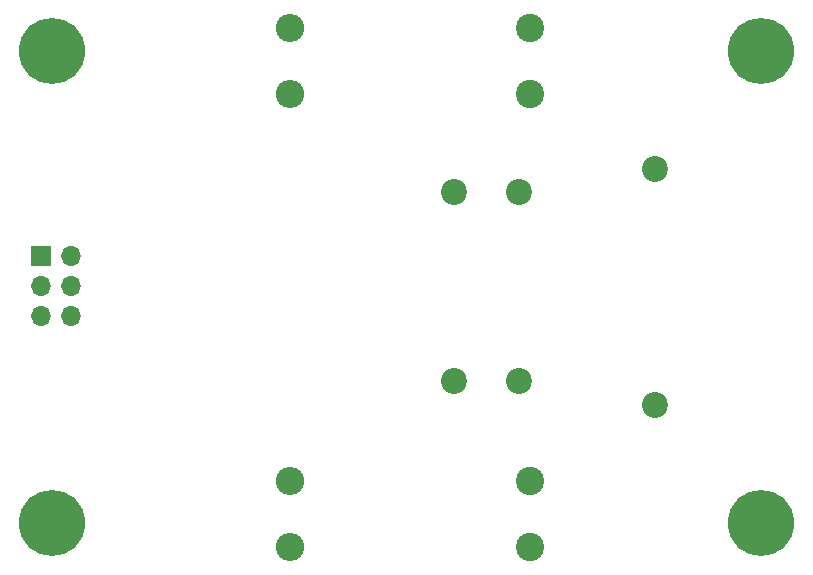
<source format=gbs>
G04 #@! TF.GenerationSoftware,KiCad,Pcbnew,7.0.9-7.0.9~ubuntu20.04.1*
G04 #@! TF.CreationDate,2023-12-17T17:20:07+01:00*
G04 #@! TF.ProjectId,swr,7377722e-6b69-4636-9164-5f7063625858,1.0*
G04 #@! TF.SameCoordinates,Original*
G04 #@! TF.FileFunction,Soldermask,Bot*
G04 #@! TF.FilePolarity,Negative*
%FSLAX46Y46*%
G04 Gerber Fmt 4.6, Leading zero omitted, Abs format (unit mm)*
G04 Created by KiCad (PCBNEW 7.0.9-7.0.9~ubuntu20.04.1) date 2023-12-17 17:20:07*
%MOMM*%
%LPD*%
G01*
G04 APERTURE LIST*
%ADD10C,2.200000*%
%ADD11C,2.400000*%
%ADD12O,2.400000X2.400000*%
%ADD13C,5.600000*%
%ADD14R,1.700000X1.700000*%
%ADD15O,1.700000X1.700000*%
G04 APERTURE END LIST*
D10*
X151000000Y-65000000D03*
X151000000Y-85000000D03*
X139500000Y-67000000D03*
X139500000Y-83000000D03*
X134015000Y-83000000D03*
X134015000Y-67000000D03*
D11*
X140462000Y-97028000D03*
D12*
X120142000Y-97028000D03*
D11*
X140462000Y-58674000D03*
D12*
X120142000Y-58674000D03*
D13*
X160000000Y-55000000D03*
D11*
X140462000Y-53086000D03*
D12*
X120142000Y-53086000D03*
D13*
X100000000Y-95000000D03*
D14*
X99060000Y-72405000D03*
D15*
X101600000Y-72405000D03*
X99060000Y-74945000D03*
X101600000Y-74945000D03*
X99060000Y-77485000D03*
X101600000Y-77485000D03*
D11*
X140462000Y-91440000D03*
D12*
X120142000Y-91440000D03*
D13*
X100000000Y-55000000D03*
X160000000Y-95000000D03*
M02*

</source>
